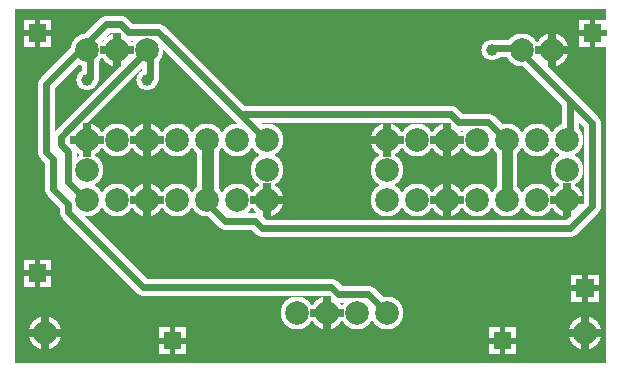
<source format=gbr>
%FSLAX34Y34*%
%MOMM*%
%LNCOPPER_BOTTOM*%
G71*
G01*
%ADD10C,2.800*%
%ADD11C,1.700*%
%ADD12C,1.400*%
%ADD13C,2.800*%
%ADD14C,1.800*%
%ADD15C,0.667*%
%ADD16C,0.500*%
%ADD17C,2.000*%
%ADD18C,0.900*%
%ADD19C,0.600*%
%ADD20C,2.000*%
%ADD21C,1.000*%
%LPD*%
G36*
X0Y300000D02*
X500000Y300000D01*
X500000Y0D01*
X0Y0D01*
X0Y300000D01*
G37*
%LPC*%
X315100Y188710D02*
G54D10*
D03*
X340500Y188710D02*
G54D10*
D03*
X340500Y188710D02*
G54D10*
D03*
X365900Y188710D02*
G54D10*
D03*
X365900Y188710D02*
G54D10*
D03*
X391300Y188710D02*
G54D10*
D03*
X391300Y188710D02*
G54D10*
D03*
X416700Y188710D02*
G54D10*
D03*
X416700Y188710D02*
G54D10*
D03*
X442100Y188710D02*
G54D10*
D03*
X442100Y188710D02*
G54D10*
D03*
X467500Y188710D02*
G54D10*
D03*
X467500Y188710D02*
G54D10*
D03*
X467500Y163310D02*
G54D10*
D03*
X467500Y163310D02*
G54D10*
D03*
X467500Y137910D02*
G54D10*
D03*
X315100Y188710D02*
G54D10*
D03*
X315100Y163310D02*
G54D10*
D03*
X315100Y163310D02*
G54D10*
D03*
X315100Y137910D02*
G54D10*
D03*
X315100Y137910D02*
G54D10*
D03*
X340500Y137910D02*
G54D10*
D03*
X340500Y137910D02*
G54D10*
D03*
X365900Y137910D02*
G54D10*
D03*
X365900Y137910D02*
G54D10*
D03*
X391300Y137910D02*
G54D10*
D03*
X391300Y137910D02*
G54D10*
D03*
X416700Y137910D02*
G54D10*
D03*
X416700Y137910D02*
G54D10*
D03*
X442100Y137910D02*
G54D10*
D03*
X442100Y137910D02*
G54D10*
D03*
X467500Y137910D02*
G54D10*
D03*
X467500Y137910D02*
G54D10*
D03*
X315100Y137910D02*
G54D10*
D03*
X61100Y188710D02*
G54D10*
D03*
X86500Y188710D02*
G54D10*
D03*
X86500Y188710D02*
G54D10*
D03*
X111900Y188710D02*
G54D10*
D03*
X111900Y188710D02*
G54D10*
D03*
X137300Y188710D02*
G54D10*
D03*
X137300Y188710D02*
G54D10*
D03*
X162700Y188710D02*
G54D10*
D03*
X162700Y188710D02*
G54D10*
D03*
X188100Y188710D02*
G54D10*
D03*
X188100Y188710D02*
G54D10*
D03*
X213500Y188710D02*
G54D10*
D03*
X213500Y188710D02*
G54D10*
D03*
X213500Y163310D02*
G54D10*
D03*
X213500Y163310D02*
G54D10*
D03*
X213500Y137910D02*
G54D10*
D03*
X61100Y188710D02*
G54D10*
D03*
X61100Y163310D02*
G54D10*
D03*
X61100Y163310D02*
G54D10*
D03*
X61100Y137910D02*
G54D10*
D03*
X61100Y137910D02*
G54D10*
D03*
X86500Y137910D02*
G54D10*
D03*
X86500Y137910D02*
G54D10*
D03*
X111900Y137910D02*
G54D10*
D03*
X111900Y137910D02*
G54D10*
D03*
X137300Y137910D02*
G54D10*
D03*
X137300Y137910D02*
G54D10*
D03*
X162700Y137910D02*
G54D10*
D03*
X162700Y137910D02*
G54D10*
D03*
X188100Y137910D02*
G54D10*
D03*
X188100Y137910D02*
G54D10*
D03*
X213500Y137910D02*
G54D10*
D03*
X213500Y137910D02*
G54D10*
D03*
X61100Y137910D02*
G54D10*
D03*
X238900Y42660D02*
G54D10*
D03*
X238900Y42660D02*
G54D10*
D03*
X264300Y42660D02*
G54D10*
D03*
X264300Y42660D02*
G54D10*
D03*
X289700Y42660D02*
G54D10*
D03*
X289700Y42660D02*
G54D10*
D03*
X315100Y42660D02*
G54D10*
D03*
X315100Y42660D02*
G54D10*
D03*
G54D11*
X162700Y137910D02*
X162700Y188710D01*
G54D11*
X416700Y137910D02*
X416700Y188710D01*
X61100Y264910D02*
G54D10*
D03*
X86500Y264910D02*
G54D10*
D03*
X111900Y264910D02*
G54D10*
D03*
X454800Y264910D02*
G54D10*
D03*
X429400Y264910D02*
G54D10*
D03*
G54D12*
X111900Y264910D02*
X108750Y268060D01*
X108750Y261710D01*
X38900Y191860D01*
X38900Y185510D01*
X45250Y179160D01*
X45250Y153760D01*
X57950Y141060D01*
X61100Y137910D01*
G54D12*
X61100Y264910D02*
X57950Y268060D01*
X26200Y236310D01*
X26200Y179160D01*
X32550Y172810D01*
X32550Y147410D01*
X45250Y134710D01*
X45250Y128360D01*
X108750Y64860D01*
X267500Y64860D01*
X273850Y58510D01*
X299250Y58510D01*
X311950Y45810D01*
X315100Y42660D01*
G54D12*
X61100Y264910D02*
X57950Y268060D01*
X77000Y287110D01*
X89700Y287110D01*
X96050Y280760D01*
X121450Y280760D01*
X210350Y191860D01*
X213500Y188710D01*
G54D12*
X61100Y264910D02*
X57950Y268060D01*
X77000Y287110D01*
X89700Y287110D01*
X96050Y280760D01*
X121450Y280760D01*
X191300Y210910D01*
X369100Y210910D01*
X375450Y204560D01*
X400850Y204560D01*
X413550Y191860D01*
X416700Y188710D01*
G54D12*
X429400Y264910D02*
X431800Y266700D01*
X431800Y260350D01*
X488950Y203200D01*
X488950Y133350D01*
X469900Y114300D01*
X209550Y114300D01*
X203200Y120650D01*
X177800Y120650D01*
X165100Y133350D01*
X165100Y190500D01*
X162700Y188710D01*
G54D12*
X429400Y264910D02*
X431800Y266700D01*
X431800Y260350D01*
X469900Y222250D01*
X469900Y190500D01*
X467500Y188710D01*
X25400Y25400D02*
G54D10*
D03*
X25400Y25400D02*
G54D13*
D03*
X482600Y25400D02*
G54D13*
D03*
G36*
X7550Y290900D02*
X30550Y290900D01*
X30550Y267900D01*
X7550Y267900D01*
X7550Y290900D01*
G37*
G36*
X7550Y87700D02*
X30550Y87700D01*
X30550Y64700D01*
X7550Y64700D01*
X7550Y87700D01*
G37*
G36*
X121850Y30550D02*
X144850Y30550D01*
X144850Y7550D01*
X121850Y7550D01*
X121850Y30550D01*
G37*
G36*
X401250Y30550D02*
X424250Y30550D01*
X424250Y7550D01*
X401250Y7550D01*
X401250Y30550D01*
G37*
G36*
X471100Y75000D02*
X494100Y75000D01*
X494100Y52000D01*
X471100Y52000D01*
X471100Y75000D01*
G37*
G36*
X477450Y290900D02*
X500450Y290900D01*
X500450Y267900D01*
X477450Y267900D01*
X477450Y290900D01*
G37*
X61100Y239510D02*
G54D14*
D03*
X111900Y239510D02*
G54D14*
D03*
X404000Y264910D02*
G54D14*
D03*
G54D12*
X61100Y239510D02*
X63500Y241300D01*
X63500Y266700D01*
X61100Y264910D01*
G54D12*
X111900Y239510D02*
X114300Y241300D01*
X114300Y266700D01*
X111900Y264910D01*
G54D12*
X404000Y264910D02*
X406400Y266700D01*
X431800Y266700D01*
X429400Y264910D01*
%LPD*%
G54D15*
G36*
X362567Y188710D02*
X362567Y203210D01*
X369233Y203210D01*
X369233Y188710D01*
X362567Y188710D01*
G37*
G36*
X365900Y192043D02*
X380400Y192043D01*
X380400Y185377D01*
X365900Y185377D01*
X365900Y192043D01*
G37*
G36*
X369233Y188710D02*
X369233Y174210D01*
X362567Y174210D01*
X362567Y188710D01*
X369233Y188710D01*
G37*
G36*
X365900Y185377D02*
X351400Y185377D01*
X351400Y192043D01*
X365900Y192043D01*
X365900Y185377D01*
G37*
G54D15*
G36*
X315100Y192043D02*
X329600Y192043D01*
X329600Y185377D01*
X315100Y185377D01*
X315100Y192043D01*
G37*
G36*
X318433Y188710D02*
X318433Y174210D01*
X311767Y174210D01*
X311767Y188710D01*
X318433Y188710D01*
G37*
G36*
X315100Y185377D02*
X300600Y185377D01*
X300600Y192043D01*
X315100Y192043D01*
X315100Y185377D01*
G37*
G36*
X311767Y188710D02*
X311767Y203210D01*
X318433Y203210D01*
X318433Y188710D01*
X311767Y188710D01*
G37*
G54D15*
G36*
X362567Y137910D02*
X362567Y152410D01*
X369233Y152410D01*
X369233Y137910D01*
X362567Y137910D01*
G37*
G36*
X365900Y141243D02*
X380400Y141243D01*
X380400Y134577D01*
X365900Y134577D01*
X365900Y141243D01*
G37*
G36*
X369233Y137910D02*
X369233Y123410D01*
X362567Y123410D01*
X362567Y137910D01*
X369233Y137910D01*
G37*
G36*
X365900Y134577D02*
X351400Y134577D01*
X351400Y141243D01*
X365900Y141243D01*
X365900Y134577D01*
G37*
G54D15*
G36*
X467500Y141243D02*
X482000Y141243D01*
X482000Y134577D01*
X467500Y134577D01*
X467500Y141243D01*
G37*
G36*
X470833Y137910D02*
X470833Y123410D01*
X464167Y123410D01*
X464167Y137910D01*
X470833Y137910D01*
G37*
G36*
X467500Y134577D02*
X453000Y134577D01*
X453000Y141243D01*
X467500Y141243D01*
X467500Y134577D01*
G37*
G36*
X464167Y137910D02*
X464167Y152410D01*
X470833Y152410D01*
X470833Y137910D01*
X464167Y137910D01*
G37*
G54D15*
G36*
X108567Y188710D02*
X108567Y203210D01*
X115233Y203210D01*
X115233Y188710D01*
X108567Y188710D01*
G37*
G36*
X111900Y192043D02*
X126400Y192043D01*
X126400Y185377D01*
X111900Y185377D01*
X111900Y192043D01*
G37*
G36*
X115233Y188710D02*
X115233Y174210D01*
X108567Y174210D01*
X108567Y188710D01*
X115233Y188710D01*
G37*
G36*
X111900Y185377D02*
X97400Y185377D01*
X97400Y192043D01*
X111900Y192043D01*
X111900Y185377D01*
G37*
G54D15*
G36*
X61100Y192043D02*
X75600Y192043D01*
X75600Y185377D01*
X61100Y185377D01*
X61100Y192043D01*
G37*
G36*
X64433Y188710D02*
X64433Y174210D01*
X57767Y174210D01*
X57767Y188710D01*
X64433Y188710D01*
G37*
G36*
X61100Y185377D02*
X46600Y185377D01*
X46600Y192043D01*
X61100Y192043D01*
X61100Y185377D01*
G37*
G36*
X57767Y188710D02*
X57767Y203210D01*
X64433Y203210D01*
X64433Y188710D01*
X57767Y188710D01*
G37*
G54D15*
G36*
X108567Y137910D02*
X108567Y152410D01*
X115233Y152410D01*
X115233Y137910D01*
X108567Y137910D01*
G37*
G36*
X111900Y141243D02*
X126400Y141243D01*
X126400Y134577D01*
X111900Y134577D01*
X111900Y141243D01*
G37*
G36*
X115233Y137910D02*
X115233Y123410D01*
X108567Y123410D01*
X108567Y137910D01*
X115233Y137910D01*
G37*
G36*
X111900Y134577D02*
X97400Y134577D01*
X97400Y141243D01*
X111900Y141243D01*
X111900Y134577D01*
G37*
G54D15*
G36*
X213500Y141243D02*
X228000Y141243D01*
X228000Y134577D01*
X213500Y134577D01*
X213500Y141243D01*
G37*
G36*
X216833Y137910D02*
X216833Y123410D01*
X210167Y123410D01*
X210167Y137910D01*
X216833Y137910D01*
G37*
G36*
X213500Y134577D02*
X199000Y134577D01*
X199000Y141243D01*
X213500Y141243D01*
X213500Y134577D01*
G37*
G36*
X210167Y137910D02*
X210167Y152410D01*
X216833Y152410D01*
X216833Y137910D01*
X210167Y137910D01*
G37*
G54D15*
G36*
X260967Y42660D02*
X260967Y57160D01*
X267633Y57160D01*
X267633Y42660D01*
X260967Y42660D01*
G37*
G36*
X264300Y45993D02*
X278800Y45993D01*
X278800Y39327D01*
X264300Y39327D01*
X264300Y45993D01*
G37*
G36*
X267633Y42660D02*
X267633Y28160D01*
X260967Y28160D01*
X260967Y42660D01*
X267633Y42660D01*
G37*
G36*
X264300Y39327D02*
X249800Y39327D01*
X249800Y45993D01*
X264300Y45993D01*
X264300Y39327D01*
G37*
G54D15*
G36*
X83167Y264910D02*
X83167Y279410D01*
X89833Y279410D01*
X89833Y264910D01*
X83167Y264910D01*
G37*
G36*
X86500Y268243D02*
X101000Y268243D01*
X101000Y261577D01*
X86500Y261577D01*
X86500Y268243D01*
G37*
G36*
X89833Y264910D02*
X89833Y250410D01*
X83167Y250410D01*
X83167Y264910D01*
X89833Y264910D01*
G37*
G36*
X86500Y261577D02*
X72000Y261577D01*
X72000Y268243D01*
X86500Y268243D01*
X86500Y261577D01*
G37*
G54D15*
G36*
X451467Y264910D02*
X451467Y279410D01*
X458133Y279410D01*
X458133Y264910D01*
X451467Y264910D01*
G37*
G36*
X454800Y268243D02*
X469300Y268243D01*
X469300Y261577D01*
X454800Y261577D01*
X454800Y268243D01*
G37*
G36*
X458133Y264910D02*
X458133Y250410D01*
X451467Y250410D01*
X451467Y264910D01*
X458133Y264910D01*
G37*
G36*
X454800Y261577D02*
X440300Y261577D01*
X440300Y268243D01*
X454800Y268243D01*
X454800Y261577D01*
G37*
G54D15*
G36*
X22067Y25400D02*
X22067Y39900D01*
X28733Y39900D01*
X28733Y25400D01*
X22067Y25400D01*
G37*
G36*
X25400Y28733D02*
X39900Y28733D01*
X39900Y22067D01*
X25400Y22067D01*
X25400Y28733D01*
G37*
G36*
X28733Y25400D02*
X28733Y10900D01*
X22067Y10900D01*
X22067Y25400D01*
X28733Y25400D01*
G37*
G36*
X25400Y22067D02*
X10900Y22067D01*
X10900Y28733D01*
X25400Y28733D01*
X25400Y22067D01*
G37*
G54D15*
G36*
X479267Y25400D02*
X479267Y39900D01*
X485933Y39900D01*
X485933Y25400D01*
X479267Y25400D01*
G37*
G36*
X482600Y28733D02*
X497100Y28733D01*
X497100Y22067D01*
X482600Y22067D01*
X482600Y28733D01*
G37*
G36*
X485933Y25400D02*
X485933Y10900D01*
X479267Y10900D01*
X479267Y25400D01*
X485933Y25400D01*
G37*
G36*
X482600Y22067D02*
X468100Y22067D01*
X468100Y28733D01*
X482600Y28733D01*
X482600Y22067D01*
G37*
G54D16*
G36*
X16550Y279400D02*
X16550Y291400D01*
X21550Y291400D01*
X21550Y279400D01*
X16550Y279400D01*
G37*
G36*
X19050Y281900D02*
X31050Y281900D01*
X31050Y276900D01*
X19050Y276900D01*
X19050Y281900D01*
G37*
G36*
X21550Y279400D02*
X21550Y267400D01*
X16550Y267400D01*
X16550Y279400D01*
X21550Y279400D01*
G37*
G36*
X19050Y276900D02*
X7050Y276900D01*
X7050Y281900D01*
X19050Y281900D01*
X19050Y276900D01*
G37*
G54D16*
G36*
X16550Y76200D02*
X16550Y88200D01*
X21550Y88200D01*
X21550Y76200D01*
X16550Y76200D01*
G37*
G36*
X19050Y78700D02*
X31050Y78700D01*
X31050Y73700D01*
X19050Y73700D01*
X19050Y78700D01*
G37*
G36*
X21550Y76200D02*
X21550Y64200D01*
X16550Y64200D01*
X16550Y76200D01*
X21550Y76200D01*
G37*
G36*
X19050Y73700D02*
X7050Y73700D01*
X7050Y78700D01*
X19050Y78700D01*
X19050Y73700D01*
G37*
G54D16*
G36*
X130850Y19050D02*
X130850Y31050D01*
X135850Y31050D01*
X135850Y19050D01*
X130850Y19050D01*
G37*
G36*
X133350Y21550D02*
X145350Y21550D01*
X145350Y16550D01*
X133350Y16550D01*
X133350Y21550D01*
G37*
G36*
X135850Y19050D02*
X135850Y7050D01*
X130850Y7050D01*
X130850Y19050D01*
X135850Y19050D01*
G37*
G36*
X133350Y16550D02*
X121350Y16550D01*
X121350Y21550D01*
X133350Y21550D01*
X133350Y16550D01*
G37*
G54D16*
G36*
X410250Y19050D02*
X410250Y31050D01*
X415250Y31050D01*
X415250Y19050D01*
X410250Y19050D01*
G37*
G36*
X412750Y21550D02*
X424750Y21550D01*
X424750Y16550D01*
X412750Y16550D01*
X412750Y21550D01*
G37*
G36*
X415250Y19050D02*
X415250Y7050D01*
X410250Y7050D01*
X410250Y19050D01*
X415250Y19050D01*
G37*
G36*
X412750Y16550D02*
X400750Y16550D01*
X400750Y21550D01*
X412750Y21550D01*
X412750Y16550D01*
G37*
G54D16*
G36*
X480100Y63500D02*
X480100Y75500D01*
X485100Y75500D01*
X485100Y63500D01*
X480100Y63500D01*
G37*
G36*
X482600Y66000D02*
X494600Y66000D01*
X494600Y61000D01*
X482600Y61000D01*
X482600Y66000D01*
G37*
G36*
X485100Y63500D02*
X485100Y51500D01*
X480100Y51500D01*
X480100Y63500D01*
X485100Y63500D01*
G37*
G36*
X482600Y61000D02*
X470600Y61000D01*
X470600Y66000D01*
X482600Y66000D01*
X482600Y61000D01*
G37*
G54D16*
G36*
X486450Y279400D02*
X486450Y291400D01*
X491450Y291400D01*
X491450Y279400D01*
X486450Y279400D01*
G37*
G36*
X488950Y281900D02*
X500950Y281900D01*
X500950Y276900D01*
X488950Y276900D01*
X488950Y281900D01*
G37*
G36*
X491450Y279400D02*
X491450Y267400D01*
X486450Y267400D01*
X486450Y279400D01*
X491450Y279400D01*
G37*
G36*
X488950Y276900D02*
X476950Y276900D01*
X476950Y281900D01*
X488950Y281900D01*
X488950Y276900D01*
G37*
X315100Y188710D02*
G54D17*
D03*
X340500Y188710D02*
G54D17*
D03*
X340500Y188710D02*
G54D17*
D03*
X365900Y188710D02*
G54D17*
D03*
X365900Y188710D02*
G54D17*
D03*
X391300Y188710D02*
G54D17*
D03*
X391300Y188710D02*
G54D17*
D03*
X416700Y188710D02*
G54D17*
D03*
X416700Y188710D02*
G54D17*
D03*
X442100Y188710D02*
G54D17*
D03*
X442100Y188710D02*
G54D17*
D03*
X467500Y188710D02*
G54D17*
D03*
X467500Y188710D02*
G54D17*
D03*
X467500Y163310D02*
G54D17*
D03*
X467500Y163310D02*
G54D17*
D03*
X467500Y137910D02*
G54D17*
D03*
X315100Y188710D02*
G54D17*
D03*
X315100Y163310D02*
G54D17*
D03*
X315100Y163310D02*
G54D17*
D03*
X315100Y137910D02*
G54D17*
D03*
X315100Y137910D02*
G54D17*
D03*
X340500Y137910D02*
G54D17*
D03*
X340500Y137910D02*
G54D17*
D03*
X365900Y137910D02*
G54D17*
D03*
X365900Y137910D02*
G54D17*
D03*
X391300Y137910D02*
G54D17*
D03*
X391300Y137910D02*
G54D17*
D03*
X416700Y137910D02*
G54D17*
D03*
X416700Y137910D02*
G54D17*
D03*
X442100Y137910D02*
G54D17*
D03*
X442100Y137910D02*
G54D17*
D03*
X467500Y137910D02*
G54D17*
D03*
X467500Y137910D02*
G54D17*
D03*
X315100Y137910D02*
G54D17*
D03*
X61100Y188710D02*
G54D17*
D03*
X86500Y188710D02*
G54D17*
D03*
X86500Y188710D02*
G54D17*
D03*
X111900Y188710D02*
G54D17*
D03*
X111900Y188710D02*
G54D17*
D03*
X137300Y188710D02*
G54D17*
D03*
X137300Y188710D02*
G54D17*
D03*
X162700Y188710D02*
G54D17*
D03*
X162700Y188710D02*
G54D17*
D03*
X188100Y188710D02*
G54D17*
D03*
X188100Y188710D02*
G54D17*
D03*
X213500Y188710D02*
G54D17*
D03*
X213500Y188710D02*
G54D17*
D03*
X213500Y163310D02*
G54D17*
D03*
X213500Y163310D02*
G54D17*
D03*
X213500Y137910D02*
G54D17*
D03*
X61100Y188710D02*
G54D17*
D03*
X61100Y163310D02*
G54D17*
D03*
X61100Y163310D02*
G54D17*
D03*
X61100Y137910D02*
G54D17*
D03*
X61100Y137910D02*
G54D17*
D03*
X86500Y137910D02*
G54D17*
D03*
X86500Y137910D02*
G54D17*
D03*
X111900Y137910D02*
G54D17*
D03*
X111900Y137910D02*
G54D17*
D03*
X137300Y137910D02*
G54D17*
D03*
X137300Y137910D02*
G54D17*
D03*
X162700Y137910D02*
G54D17*
D03*
X162700Y137910D02*
G54D17*
D03*
X188100Y137910D02*
G54D17*
D03*
X188100Y137910D02*
G54D17*
D03*
X213500Y137910D02*
G54D17*
D03*
X213500Y137910D02*
G54D17*
D03*
X61100Y137910D02*
G54D17*
D03*
X238900Y42660D02*
G54D17*
D03*
X238900Y42660D02*
G54D17*
D03*
X264300Y42660D02*
G54D17*
D03*
X264300Y42660D02*
G54D17*
D03*
X289700Y42660D02*
G54D17*
D03*
X289700Y42660D02*
G54D17*
D03*
X315100Y42660D02*
G54D17*
D03*
X315100Y42660D02*
G54D17*
D03*
G54D18*
X162700Y137910D02*
X162700Y188710D01*
G54D18*
X416700Y137910D02*
X416700Y188710D01*
X61100Y264910D02*
G54D17*
D03*
X86500Y264910D02*
G54D17*
D03*
X111900Y264910D02*
G54D17*
D03*
X454800Y264910D02*
G54D17*
D03*
X429400Y264910D02*
G54D17*
D03*
G54D19*
X111900Y264910D02*
X108750Y268060D01*
X108750Y261710D01*
X38900Y191860D01*
X38900Y185510D01*
X45250Y179160D01*
X45250Y153760D01*
X57950Y141060D01*
X61100Y137910D01*
G54D19*
X61100Y264910D02*
X57950Y268060D01*
X26200Y236310D01*
X26200Y179160D01*
X32550Y172810D01*
X32550Y147410D01*
X45250Y134710D01*
X45250Y128360D01*
X108750Y64860D01*
X267500Y64860D01*
X273850Y58510D01*
X299250Y58510D01*
X311950Y45810D01*
X315100Y42660D01*
G54D19*
X61100Y264910D02*
X57950Y268060D01*
X77000Y287110D01*
X89700Y287110D01*
X96050Y280760D01*
X121450Y280760D01*
X210350Y191860D01*
X213500Y188710D01*
G54D19*
X61100Y264910D02*
X57950Y268060D01*
X77000Y287110D01*
X89700Y287110D01*
X96050Y280760D01*
X121450Y280760D01*
X191300Y210910D01*
X369100Y210910D01*
X375450Y204560D01*
X400850Y204560D01*
X413550Y191860D01*
X416700Y188710D01*
G54D19*
X429400Y264910D02*
X431800Y266700D01*
X431800Y260350D01*
X488950Y203200D01*
X488950Y133350D01*
X469900Y114300D01*
X209550Y114300D01*
X203200Y120650D01*
X177800Y120650D01*
X165100Y133350D01*
X165100Y190500D01*
X162700Y188710D01*
G54D19*
X429400Y264910D02*
X431800Y266700D01*
X431800Y260350D01*
X469900Y222250D01*
X469900Y190500D01*
X467500Y188710D01*
X25400Y25400D02*
G54D17*
D03*
X25400Y25400D02*
G54D20*
D03*
X482600Y25400D02*
G54D20*
D03*
G36*
X11550Y286900D02*
X26550Y286900D01*
X26550Y271900D01*
X11550Y271900D01*
X11550Y286900D01*
G37*
G36*
X11550Y83700D02*
X26550Y83700D01*
X26550Y68700D01*
X11550Y68700D01*
X11550Y83700D01*
G37*
G36*
X125850Y26550D02*
X140850Y26550D01*
X140850Y11550D01*
X125850Y11550D01*
X125850Y26550D01*
G37*
G36*
X405250Y26550D02*
X420250Y26550D01*
X420250Y11550D01*
X405250Y11550D01*
X405250Y26550D01*
G37*
G36*
X475100Y71000D02*
X490100Y71000D01*
X490100Y56000D01*
X475100Y56000D01*
X475100Y71000D01*
G37*
G36*
X481450Y286900D02*
X496450Y286900D01*
X496450Y271900D01*
X481450Y271900D01*
X481450Y286900D01*
G37*
X61100Y239510D02*
G54D21*
D03*
X111900Y239510D02*
G54D21*
D03*
X404000Y264910D02*
G54D21*
D03*
G54D19*
X61100Y239510D02*
X63500Y241300D01*
X63500Y266700D01*
X61100Y264910D01*
G54D19*
X111900Y239510D02*
X114300Y241300D01*
X114300Y266700D01*
X111900Y264910D01*
G54D19*
X404000Y264910D02*
X406400Y266700D01*
X431800Y266700D01*
X429400Y264910D01*
M02*

</source>
